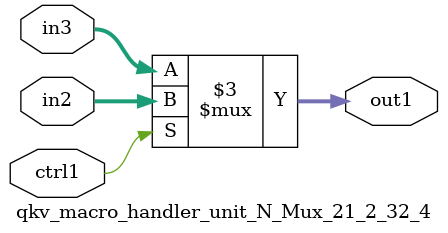
<source format=v>

`timescale 1ps / 1ps


module qkv_macro_handler_unit_N_Mux_21_2_32_4( in3, in2, ctrl1, out1 );

    input [20:0] in3;
    input [20:0] in2;
    input ctrl1;
    output [20:0] out1;
    reg [20:0] out1;

    
    // rtl_process:qkv_macro_handler_unit_N_Mux_21_2_32_4/qkv_macro_handler_unit_N_Mux_21_2_32_4_thread_1
    always @*
      begin : qkv_macro_handler_unit_N_Mux_21_2_32_4_thread_1
        case (ctrl1) 
          1'b1: 
            begin
              out1 = in2;
            end
          default: 
            begin
              out1 = in3;
            end
        endcase
      end

endmodule



</source>
